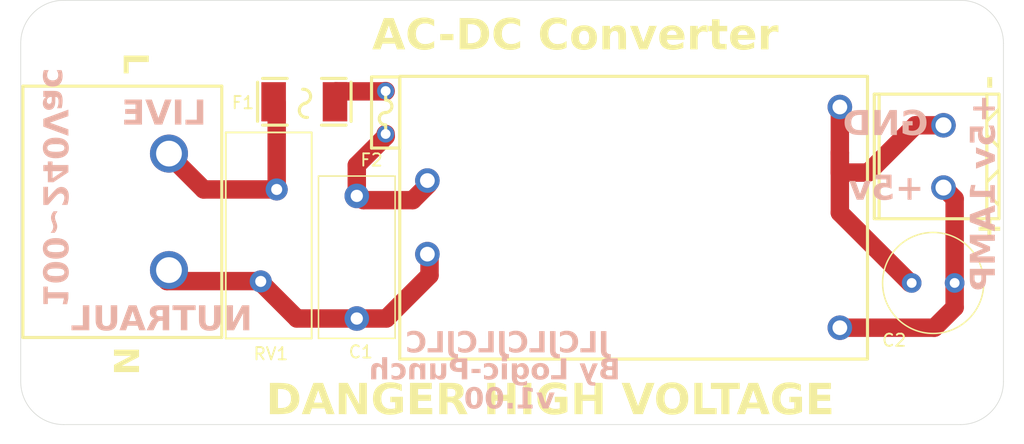
<source format=kicad_pcb>
(kicad_pcb (version 20240108) (generator "pcbnew") (generator_version "8.0")
  (layers (0 "F.Cu" signal) (31 "B.Cu" signal) (34 "B.Paste" user) (35 "F.Paste" user) (36 "B.SilkS" user "B.Silkscreen") (37 "F.SilkS" user "F.Silkscreen") (38 "B.Mask" user) (39 "F.Mask" user) (44 "Edge.Cuts" user))
  (net 0 "")
  (net 1 "Net-(J1-Pin_1)")
  (net 2 "Net-(J1-Pin_2)")
  (net 3 "Net-(PS1-AC{slash}L)")
  (net 4 "Net-(F1-Pad2)")
  (net 5 "Net-(J2-Pin_2)")
  (net 6 "Net-(J2-Pin_1)")
  (footprint "MountingHole:MountingHole_3.2mm_M3" (layer "F.Cu") (at 161.214425 63.06514)
    (property "Reference" "H2" (hide yes))
    (property "Value" "MountingHole")
    (pad "" np_thru_hole circle (at 0 0) (size 3.2 3.2) (drill 3.2) (layers "*.Cu" "*.Mask"))
  )
  (footprint "MountingHole:MountingHole_3.2mm_M3" (layer "F.Cu") (at 88.088825 63.063137)
    (property "Reference" "H1" (hide yes))
    (property "Value" "MountingHole")
    (pad "" np_thru_hole circle (at 0 0) (size 3.2 3.2) (drill 3.2) (layers "*.Cu" "*.Mask"))
  )
  (footprint "_custom:F2410" (layer "F.Cu") (at 107.725 67.875)
    (property "Reference" "F1" (at -5 0.075 0) (layer "F.SilkS"))
    (property "Value" "250Vac | 1A")
    (fp_line (start -3.81 -1.6) (end -3.81 1.6) (stroke (width 0.254)) (layer "F.SilkS"))
    (fp_line (start -3.4 -1.905) (end -1.4 -1.905) (stroke (width 0.254)) (layer "F.SilkS"))
    (fp_line (start -3.4 1.905) (end -1.4 1.905) (stroke (width 0.254)) (layer "F.SilkS"))
    (fp_line (start 1.4 -1.905) (end 3.4 -1.905) (stroke (width 0.254)) (layer "F.SilkS"))
    (fp_line (start 1.4 1.905) (end 3.4 1.905) (stroke (width 0.254)) (layer "F.SilkS"))
    (fp_line (start 3.81 -1.6) (end 3.81 1.6) (stroke (width 0.254)) (layer "F.SilkS"))
    (fp_arc (start -0.127 -1.016) (mid 0.504063 -0.507563) (end 0 0.127) (stroke (width 0.254)) (layer "F.SilkS"))
    (fp_arc (start 0.254 1.27) (mid -0.402238 0.76436) (end 0.127 0.127) (stroke (width 0.254)) (layer "F.SilkS"))
    (pad "1" smd rect (at -2.5 0) (size 2 3.2) (layers "F.Cu" "F.Paste" "F.Mask") (net 1 "Net-(J1-Pin_1)"))
    (pad "2" smd rect (at 2.5 0) (size 2 3.2) (layers "F.Cu" "F.Paste" "F.Mask") (net 4 "Net-(F1-Pad2)"))
  )
  (footprint "Varistor:RV_Disc_D16.5mm_W6.7mm_P7.5mm" (layer "F.Cu") (at 105.475 75.025 -90)
    (property "Reference" "RV1" (at 13.4 0.475 180) (layer "F.SilkS"))
    (property "Value" "504~616Vac")
    (fp_line (start -4.65 4.15) (end 12.15 4.15) (stroke (width 0.15)) (layer "F.SilkS"))
    (fp_line (start -4.65 -2.85) (end -4.65 4.15) (stroke (width 0.15)) (layer "F.SilkS"))
    (fp_line (start -4.65 -2.85) (end 12.15 -2.85) (stroke (width 0.15)) (layer "F.SilkS"))
    (fp_line (start 12.15 -2.85) (end 12.15 4.15) (stroke (width 0.15)) (layer "F.SilkS"))
    (pad "1" thru_hole circle (at 0 0 270) (size 1.8 1.8) (drill 0.9) (layers "*.Cu" "*.Mask") (net 1 "Net-(J1-Pin_1)"))
    (pad "2" thru_hole circle (at 7.5 1.3 270) (size 1.8 1.8) (drill 0.9) (layers "*.Cu" "*.Mask") (net 2 "Net-(J1-Pin_2)"))
  )
  (footprint "_custom:FUSE-TH_L5.8-W2.3-P3.50-D0.5" (layer "F.Cu") (at 114.35 68.75 -90)
    (property "Reference" "F2" (at 3.875 1.15 180) (layer "F.SilkS"))
    (property "Value" "98℃ | 250Vac | 2A")
    (fp_line (start 2.9 1.15) (end -2.9 1.15) (stroke (width 0.254)) (layer "F.SilkS"))
    (fp_line (start -1.419 0) (end -1.016 0) (stroke (width 0.254)) (layer "F.SilkS"))
    (fp_line (start 1.419 0) (end 1.016 0) (stroke (width 0.254)) (layer "F.SilkS"))
    (fp_line (start -2.9 -1.15) (end -2.9 1.15) (stroke (width 0.254)) (layer "F.SilkS"))
    (fp_line (start -2.9 -1.15) (end 2.9 -1.15) (stroke (width 0.254)) (layer "F.SilkS"))
    (fp_line (start 2.9 -1.15) (end 2.9 1.15) (stroke (width 0.254)) (layer "F.SilkS"))
    (fp_arc (start -1.016 0) (mid -0.508 -0.508) (end 0 0) (stroke (width 0.254)) (layer "F.SilkS"))
    (fp_arc (start 1.016 0) (mid 0.508 0.51708) (end 0 0) (stroke (width 0.254)) (layer "F.SilkS"))
    (pad "1" thru_hole circle (at -1.75 0 270) (size 1.4 1.4) (drill 0.8) (layers "*.Cu" "*.Mask") (net 4 "Net-(F1-Pad2)"))
    (pad "2" thru_hole circle (at 1.75 0 270) (size 1.4 1.4) (drill 0.8) (layers "*.Cu" "*.Mask") (net 3 "Net-(PS1-AC{slash}L)"))
  )
  (footprint "Capacitor_THT:C_Rect_L13.0mm_W6.0mm_P10.00mm_FKS3_FKP3_MKS4" (layer "F.Cu") (at 112 75.55 -90)
    (property "Reference" "C1" (at 12.725 -0.325 180) (layer "F.SilkS"))
    (property "Value" "275Vac | 100nF | X2")
    (fp_line (start -1.62 3.12) (end 11.62 3.12) (stroke (width 0.12)) (layer "F.SilkS"))
    (fp_line (start -1.62 -3.12) (end -1.62 3.12) (stroke (width 0.12)) (layer "F.SilkS"))
    (fp_line (start -1.62 -3.12) (end 11.62 -3.12) (stroke (width 0.12)) (layer "F.SilkS"))
    (fp_line (start 11.62 -3.12) (end 11.62 3.12) (stroke (width 0.12)) (layer "F.SilkS"))
    (pad "1" thru_hole circle (at 0 0 270) (size 2 2) (drill 1) (layers "*.Cu" "*.Mask") (net 3 "Net-(PS1-AC{slash}L)"))
    (pad "2" thru_hole circle (at 10 0 270) (size 2 2) (drill 1) (layers "*.Cu" "*.Mask") (net 2 "Net-(J1-Pin_2)"))
  )
  (footprint "MountingHole:MountingHole_3.2mm_M3" (layer "F.Cu") (at 161.209846 90.744726)
    (property "Reference" "H4" (hide yes))
    (property "Value" "MountingHole")
    (pad "" np_thru_hole circle (at 0 0) (size 3.2 3.2) (drill 3.2) (layers "*.Cu" "*.Mask"))
  )
  (footprint "Capacitor_THT:C_Radial_D8.0mm_H11.5mm_P3.50mm" (layer "F.Cu") (at 160.7 82.65 180)
    (property "Reference" "C2" (at 4.925 -4.675 0) (layer "F.SilkS"))
    (property "Value" "220uF")
    (fp_circle (center 1.75 0) (end 5.87 0) (stroke (width 0.12)) (fill none) (layer "F.SilkS"))
    (pad "1" thru_hole circle (at 0 0 180) (size 1.6 1.6) (drill 0.8) (layers "*.Cu" "*.Mask") (net 6 "Net-(J2-Pin_1)"))
    (pad "2" thru_hole circle (at 3.5 0 180) (size 1.6 1.6) (drill 0.8) (layers "*.Cu" "*.Mask") (net 5 "Net-(J2-Pin_2)"))
  )
  (footprint "_custom:CONN-TH_2P-P5.00_WJ500V-5.08-2P" (layer "F.Cu") (at 159.7915 72.33275 90)
    (property "Reference" "J2" (hide yes))
    (property "Value" "~")
    (fp_line (start 5.08 -5.6375) (end -5.054 -5.6375) (stroke (width 0.254)) (layer "F.SilkS"))
    (fp_line (start 5.08 -5.2425) (end -5.0655 -5.2425) (stroke (width 0.254)) (layer "F.SilkS"))
    (fp_line (start 5.08 3.531) (end -5.0365 3.531) (stroke (width 0.254)) (layer "F.SilkS"))
    (fp_line (start -2.08 3.54) (end -1.12 4.5) (stroke (width 0.254)) (layer "F.SilkS"))
    (fp_line (start -3.01 3.54) (end -3.97 4.5) (stroke (width 0.254)) (layer "F.SilkS"))
    (fp_line (start 2.9 3.5585) (end 3.8605 4.5185) (stroke (width 0.254)) (layer "F.SilkS"))
    (fp_line (start 1.71 3.5585) (end 0.75 4.5185) (stroke (width 0.254)) (layer "F.SilkS"))
    (fp_line (start -5.08 4.52) (end -5.08 -5.64) (stroke (width 0.254)) (layer "F.SilkS"))
    (fp_line (start 5.08 4.5225) (end 5.08 -5.6375) (stroke (width 0.254)) (layer "F.SilkS"))
    (fp_line (start 5.08 4.5225) (end -5.054 4.5225) (stroke (width 0.254)) (layer "F.SilkS"))
    (pad "1" thru_hole circle (at -2.54 0 270) (size 2 2) (drill 1.3) (layers "*.Cu" "*.Mask") (net 6 "Net-(J2-Pin_1)"))
    (pad "2" thru_hole circle (at 2.54 0 270) (size 2 2) (drill 1.3) (layers "*.Cu" "*.Mask") (net 5 "Net-(J2-Pin_2)"))
  )
  (footprint "_custom:CONN-TH_2P-P9.50_DBT50G-9.5-2P" (layer "F.Cu") (at 96.7 76.851 -90)
    (property "Reference" "J1" (hide yes))
    (property "Value" "100~240Vac")
    (fp_line (start -10.25 11.9) (end 10.248 11.9) (stroke (width 0.254)) (layer "F.SilkS"))
    (fp_line (start 10.248 11.9) (end 10.248 -4.3) (stroke (width 0.254)) (layer "F.SilkS"))
    (fp_line (start -10.25 -4.3) (end -10.25 11.9) (stroke (width 0.254)) (layer "F.SilkS"))
    (fp_line (start 10.248 -4.3) (end -10.25 -4.3) (stroke (width 0.254)) (layer "F.SilkS"))
    (pad "1" thru_hole circle (at -4.75 0 270) (size 3.1 3.1) (drill 2.1) (layers "*.Cu" "*.Mask") (net 1 "Net-(J1-Pin_1)"))
    (pad "2" thru_hole circle (at 4.75 0 270) (size 3.1 3.1) (drill 2.1) (layers "*.Cu" "*.Mask") (net 2 "Net-(J1-Pin_2)"))
  )
  (footprint "MountingHole:MountingHole_3.2mm_M3" (layer "F.Cu") (at 88.084873 90.72566)
    (property "Reference" "H3" (hide yes))
    (property "Value" "MountingHole")
    (pad "" np_thru_hole circle (at 0 0) (size 3.2 3.2) (drill 3.2) (layers "*.Cu" "*.Mask"))
  )
  (footprint "_custom:PWRM-TH_HLK-5M05" (layer "F.Cu") (at 134.55 77.3)
    (property "Reference" "PS1" (hide yes))
    (property "Value" "5v | 1A")
    (fp_line (start -19.05 -11.5) (end -19.05 11.557) (stroke (width 0.254)) (layer "F.SilkS"))
    (fp_line (start -19.05 11.557) (end 19.05 11.557) (stroke (width 0.254)) (layer "F.SilkS"))
    (fp_line (start 19.05 -11.5) (end -19.05 -11.5) (stroke (width 0.254)) (layer "F.SilkS"))
    (fp_line (start 19.05 -11.5) (end 19.05 11.5) (stroke (width 0.254)) (layer "F.SilkS"))
    (pad "1" thru_hole circle (at -16.8 -3) (size 2 2) (drill 1.2) (layers "*.Cu" "*.Mask") (net 3 "Net-(PS1-AC{slash}L)"))
    (pad "2" thru_hole circle (at -16.8 3) (size 2 2) (drill 1.2) (layers "*.Cu" "*.Mask") (net 2 "Net-(J1-Pin_2)"))
    (pad "3" thru_hole circle (at 16.8 -9) (size 2 2) (drill 1.2) (layers "*.Cu" "*.Mask") (net 5 "Net-(J2-Pin_2)"))
    (pad "4" thru_hole circle (at 16.8 9) (size 2 2) (drill 1.2) (layers "*.Cu" "*.Mask") (net 6 "Net-(J2-Pin_1)"))
  )
  (gr_line (start 164.675 63.1) (end 164.675 90.7) (stroke (width 0.05)) (layer "Edge.Cuts"))
  (gr_arc (start 161.175 59.6) (mid 163.649874 60.625126) (end 164.675 63.1) (stroke (width 0.05)) (layer "Edge.Cuts"))
  (gr_line (start 161.175 94.2) (end 88.125 94.2) (stroke (width 0.05)) (layer "Edge.Cuts"))
  (gr_arc (start 84.625 63.1) (mid 85.650126 60.625126) (end 88.125 59.6) (stroke (width 0.05)) (layer "Edge.Cuts"))
  (gr_line (start 88.125 59.6) (end 161.175 59.6) (stroke (width 0.05)) (layer "Edge.Cuts"))
  (gr_line (start 84.625 90.7) (end 84.625 63.1) (stroke (width 0.05)) (layer "Edge.Cuts"))
  (gr_arc (start 88.125 94.2) (mid 85.650126 93.174874) (end 84.625 90.7) (stroke (width 0.05)) (layer "Edge.Cuts"))
  (gr_arc (start 164.675 90.7) (mid 163.649874 93.174874) (end 161.175 94.2) (stroke (width 0.05)) (layer "Edge.Cuts"))
  (gr_text "LIVE" (at 99.75 70.075 0) (layer "B.SilkS") (effects (font (size 2 2) (thickness 0.5) (bold yes)) (justify left bottom mirror)))
  (gr_text "v1.00" (at 128.15 93.175 0) (layer "B.SilkS") (effects (font (size 1.7 1.7) (thickness 0.2) (bold yes)) (justify left bottom mirror)))
  (gr_text "+5v" (at 158.2 76.2 0) (layer "B.SilkS") (effects (font (size 2 2) (thickness 0.5) (bold yes)) (justify left bottom mirror)))
  (gr_text "JLCJLCJLCJLC" (at 132.55 88.6 0) (layer "B.SilkS") (effects (font (size 1.7 1.7) (thickness 0.2) (bold yes)) (justify left bottom mirror)))
  (gr_text "By Logic-Punch" (at 133.475 90.8 0) (layer "B.SilkS") (effects (font (size 1.7 1.7) (thickness 0.2) (bold yes)) (justify left bottom mirror)))
  (gr_text "GND" (at 158.55 70.925 0) (layer "B.SilkS") (effects (font (size 2 2) (thickness 0.5) (bold yes)) (justify left bottom mirror)))
  (gr_text "100~240Vac" (at 86.125 84.7 270) (layer "B.SilkS") (effects (font (size 2 2) (thickness 0.5) (bold yes)) (justify left bottom mirror)))
  (gr_text "NUTRAUL" (at 103.5 86.85 0) (layer "B.SilkS") (effects (font (size 2 2) (thickness 0.5) (bold yes)) (justify left bottom mirror)))
  (gr_text "+5v 1AMP" (at 164.314 67.25275 90) (layer "B.SilkS") (effects (font (size 2 2) (thickness 0.5) (bold yes)) (justify left bottom mirror)))
  (gr_text "AC-DC Converter" (at 113.25 64.025 0) (layer "F.SilkS") (effects (font (size 2.5 2.5) (thickness 0.5) (bold yes)) (justify left bottom)))
  (gr_text "-" (at 164.7 66.875 90) (layer "F.SilkS") (effects (font (size 2 2) (thickness 0.5) (bold yes)) (justify left bottom)))
  (gr_text "+" (at 164.75 79.4 90) (layer "F.SilkS") (effects (font (size 2 2) (thickness 0.5) (bold yes)) (justify left bottom)))
  (gr_text "L" (at 92.675 63.85 -90) (layer "F.SilkS") (effects (font (size 2 2) (thickness 0.5) (bold yes)) (justify left bottom)))
  (gr_text "DANGER HIGH VOLTAGE" (at 104.6 93.775 0) (layer "F.SilkS") (effects (font (size 2.5 2.5) (thickness 0.5) (bold yes)) (justify left bottom)))
  (gr_text "N" (at 94.6 90.175 90) (layer "F.SilkS") (effects (font (size 2 2) (thickness 0.5) (bold yes)) (justify left bottom)))
  (segment (start 105.475 75.025) (end 105.475 67.95) (width 1.5) (layer "F.Cu") (net 1))
  (segment (start 96.625 72.126) (end 99.524 75.025) (width 1.5) (layer "F.Cu") (net 1))
  (segment (start 99.524 75.025) (end 105.475 75.025) (width 1.5) (layer "F.Cu") (net 1))
  (segment (start 114.4 85.55) (end 117.925 82.025) (width 1.5) (layer "F.Cu") (net 2))
  (segment (start 104.175 82.525) (end 104.175 82.6) (width 1.5) (layer "F.Cu") (net 2))
  (segment (start 96.542306 82.5) (end 104.15 82.5) (width 1.5) (layer "F.Cu") (net 2))
  (segment (start 117.925 82.025) (end 117.925 80.375) (width 1.5) (layer "F.Cu") (net 2))
  (segment (start 104.175 82.6) (end 107.125 85.55) (width 1.5) (layer "F.Cu") (net 2))
  (segment (start 95.966611 81.924305) (end 96.542306 82.5) (width 1.5) (layer "F.Cu") (net 2))
  (segment (start 112 85.55) (end 114.4 85.55) (width 1.5) (layer "F.Cu") (net 2))
  (segment (start 104.15 82.5) (end 104.175 82.525) (width 1.5) (layer "F.Cu") (net 2))
  (segment (start 107.125 85.55) (end 112 85.55) (width 1.5) (layer "F.Cu") (net 2))
  (segment (start 114.35 70.7) (end 112 73.05) (width 1.5) (layer "F.Cu") (net 3))
  (segment (start 114.35 70.5) (end 114.35 70.7) (width 1.5) (layer "F.Cu") (net 3))
  (segment (start 112 75.35) (end 112.55 75.9) (width 1.5) (layer "F.Cu") (net 3))
  (segment (start 112.55 75.9) (end 116.55 75.9) (width 1.5) (layer "F.Cu") (net 3))
  (segment (start 116.55 75.9) (end 117.825 74.625) (width 1.5) (layer "F.Cu") (net 3))
  (segment (start 112 73.05) (end 112 75.35) (width 1.5) (layer "F.Cu") (net 3))
  (segment (start 110.225 67.105259) (end 110.225 68.425) (width 1.5) (layer "F.Cu") (net 4))
  (segment (start 114.35 67) (end 114.325 67.025) (width 1.5) (layer "F.Cu") (net 4))
  (segment (start 110.305259 67.025) (end 110.225 67.105259) (width 1.5) (layer "F.Cu") (net 4))
  (segment (start 114.325 67.025) (end 110.305259 67.025) (width 1.5) (layer "F.Cu") (net 4))
  (segment (start 151.35 72.025) (end 151.35 73.65) (width 1.5) (layer "F.Cu") (net 5))
  (segment (start 151.35 72.025) (end 151.35 68.3) (width 1.5) (layer "F.Cu") (net 5))
  (segment (start 151.35 76.925) (end 151.35 72.025) (width 1.5) (layer "F.Cu") (net 5))
  (segment (start 157.075 82.65) (end 151.35 76.925) (width 1.5) (layer "F.Cu") (net 5))
  (segment (start 157.50725 69.79275) (end 159.7915 69.79275) (width 1.5) (layer "F.Cu") (net 5))
  (segment (start 153.65 73.65) (end 157.50725 69.79275) (width 1.5) (layer "F.Cu") (net 5))
  (segment (start 151.35 73.65) (end 153.65 73.65) (width 1.5) (layer "F.Cu") (net 5))
  (segment (start 157.2 82.65) (end 157.075 82.65) (width 1.5) (layer "F.Cu") (net 5))
  (segment (start 151.35 86.3) (end 159.05 86.3) (width 1.5) (layer "F.Cu") (net 6))
  (segment (start 160.7 82.65) (end 160.7 75.78125) (width 1.5) (layer "F.Cu") (net 6))
  (segment (start 159.05 86.3) (end 160.7 84.65) (width 1.5) (layer "F.Cu") (net 6))
  (segment (start 160.7 75.78125) (end 159.7915 74.87275) (width 1.5) (layer "F.Cu") (net 6))
  (segment (start 160.7 84.65) (end 160.7 82.65) (width 1.5) (layer "F.Cu") (net 6))
)
</source>
